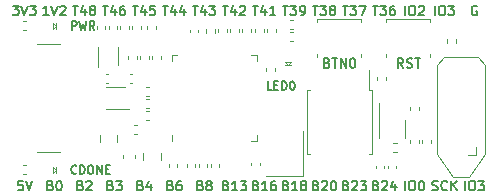
<source format=gbr>
%TF.GenerationSoftware,KiCad,Pcbnew,6.0.11+dfsg-1~bpo11+1*%
%TF.CreationDate,2023-10-01T20:30:49+02:00*%
%TF.ProjectId,ICE40UP-Development-Board,49434534-3055-4502-9d44-6576656c6f70,v0.1*%
%TF.SameCoordinates,Original*%
%TF.FileFunction,Legend,Top*%
%TF.FilePolarity,Positive*%
%FSLAX46Y46*%
G04 Gerber Fmt 4.6, Leading zero omitted, Abs format (unit mm)*
G04 Created by KiCad (PCBNEW 6.0.11+dfsg-1~bpo11+1) date 2023-10-01 20:30:49*
%MOMM*%
%LPD*%
G01*
G04 APERTURE LIST*
%ADD10C,0.150000*%
%ADD11C,0.120000*%
G04 APERTURE END LIST*
D10*
X74066523Y-79825904D02*
X74523666Y-79825904D01*
X74295095Y-80625904D02*
X74295095Y-79825904D01*
X74714142Y-79825904D02*
X75209380Y-79825904D01*
X74942714Y-80130666D01*
X75057000Y-80130666D01*
X75133190Y-80168761D01*
X75171285Y-80206857D01*
X75209380Y-80283047D01*
X75209380Y-80473523D01*
X75171285Y-80549714D01*
X75133190Y-80587809D01*
X75057000Y-80625904D01*
X74828428Y-80625904D01*
X74752238Y-80587809D01*
X74714142Y-80549714D01*
X75476047Y-79825904D02*
X76009380Y-79825904D01*
X75666523Y-80625904D01*
X49161761Y-80625904D02*
X48704619Y-80625904D01*
X48933190Y-80625904D02*
X48933190Y-79825904D01*
X48857000Y-79940190D01*
X48780809Y-80016380D01*
X48704619Y-80054476D01*
X49390333Y-79825904D02*
X49657000Y-80625904D01*
X49923666Y-79825904D01*
X50152238Y-79902095D02*
X50190333Y-79864000D01*
X50266523Y-79825904D01*
X50457000Y-79825904D01*
X50533190Y-79864000D01*
X50571285Y-79902095D01*
X50609380Y-79978285D01*
X50609380Y-80054476D01*
X50571285Y-80168761D01*
X50114142Y-80625904D01*
X50609380Y-80625904D01*
X81877000Y-80625904D02*
X81877000Y-79825904D01*
X82410333Y-79825904D02*
X82562714Y-79825904D01*
X82638904Y-79864000D01*
X82715095Y-79940190D01*
X82753190Y-80092571D01*
X82753190Y-80359238D01*
X82715095Y-80511619D01*
X82638904Y-80587809D01*
X82562714Y-80625904D01*
X82410333Y-80625904D01*
X82334142Y-80587809D01*
X82257952Y-80511619D01*
X82219857Y-80359238D01*
X82219857Y-80092571D01*
X82257952Y-79940190D01*
X82334142Y-79864000D01*
X82410333Y-79825904D01*
X83019857Y-79825904D02*
X83515095Y-79825904D01*
X83248428Y-80130666D01*
X83362714Y-80130666D01*
X83438904Y-80168761D01*
X83477000Y-80206857D01*
X83515095Y-80283047D01*
X83515095Y-80473523D01*
X83477000Y-80549714D01*
X83438904Y-80587809D01*
X83362714Y-80625904D01*
X83134142Y-80625904D01*
X83057952Y-80587809D01*
X83019857Y-80549714D01*
X69272238Y-95040457D02*
X69386523Y-95078552D01*
X69424619Y-95116647D01*
X69462714Y-95192838D01*
X69462714Y-95307123D01*
X69424619Y-95383314D01*
X69386523Y-95421409D01*
X69310333Y-95459504D01*
X69005571Y-95459504D01*
X69005571Y-94659504D01*
X69272238Y-94659504D01*
X69348428Y-94697600D01*
X69386523Y-94735695D01*
X69424619Y-94811885D01*
X69424619Y-94888076D01*
X69386523Y-94964266D01*
X69348428Y-95002361D01*
X69272238Y-95040457D01*
X69005571Y-95040457D01*
X70224619Y-95459504D02*
X69767476Y-95459504D01*
X69996047Y-95459504D02*
X69996047Y-94659504D01*
X69919857Y-94773790D01*
X69843666Y-94849980D01*
X69767476Y-94888076D01*
X70681761Y-95002361D02*
X70605571Y-94964266D01*
X70567476Y-94926171D01*
X70529380Y-94849980D01*
X70529380Y-94811885D01*
X70567476Y-94735695D01*
X70605571Y-94697600D01*
X70681761Y-94659504D01*
X70834142Y-94659504D01*
X70910333Y-94697600D01*
X70948428Y-94735695D01*
X70986523Y-94811885D01*
X70986523Y-94849980D01*
X70948428Y-94926171D01*
X70910333Y-94964266D01*
X70834142Y-95002361D01*
X70681761Y-95002361D01*
X70605571Y-95040457D01*
X70567476Y-95078552D01*
X70529380Y-95154742D01*
X70529380Y-95307123D01*
X70567476Y-95383314D01*
X70605571Y-95421409D01*
X70681761Y-95459504D01*
X70834142Y-95459504D01*
X70910333Y-95421409D01*
X70948428Y-95383314D01*
X70986523Y-95307123D01*
X70986523Y-95154742D01*
X70948428Y-95078552D01*
X70910333Y-95040457D01*
X70834142Y-95002361D01*
X79190904Y-85070904D02*
X78924238Y-84689952D01*
X78733761Y-85070904D02*
X78733761Y-84270904D01*
X79038523Y-84270904D01*
X79114714Y-84309000D01*
X79152809Y-84347095D01*
X79190904Y-84423285D01*
X79190904Y-84537571D01*
X79152809Y-84613761D01*
X79114714Y-84651857D01*
X79038523Y-84689952D01*
X78733761Y-84689952D01*
X79495666Y-85032809D02*
X79609952Y-85070904D01*
X79800428Y-85070904D01*
X79876619Y-85032809D01*
X79914714Y-84994714D01*
X79952809Y-84918523D01*
X79952809Y-84842333D01*
X79914714Y-84766142D01*
X79876619Y-84728047D01*
X79800428Y-84689952D01*
X79648047Y-84651857D01*
X79571857Y-84613761D01*
X79533761Y-84575666D01*
X79495666Y-84499476D01*
X79495666Y-84423285D01*
X79533761Y-84347095D01*
X79571857Y-84309000D01*
X79648047Y-84270904D01*
X79838523Y-84270904D01*
X79952809Y-84309000D01*
X80181380Y-84270904D02*
X80638523Y-84270904D01*
X80409952Y-85070904D02*
X80409952Y-84270904D01*
X76892238Y-95040457D02*
X77006523Y-95078552D01*
X77044619Y-95116647D01*
X77082714Y-95192838D01*
X77082714Y-95307123D01*
X77044619Y-95383314D01*
X77006523Y-95421409D01*
X76930333Y-95459504D01*
X76625571Y-95459504D01*
X76625571Y-94659504D01*
X76892238Y-94659504D01*
X76968428Y-94697600D01*
X77006523Y-94735695D01*
X77044619Y-94811885D01*
X77044619Y-94888076D01*
X77006523Y-94964266D01*
X76968428Y-95002361D01*
X76892238Y-95040457D01*
X76625571Y-95040457D01*
X77387476Y-94735695D02*
X77425571Y-94697600D01*
X77501761Y-94659504D01*
X77692238Y-94659504D01*
X77768428Y-94697600D01*
X77806523Y-94735695D01*
X77844619Y-94811885D01*
X77844619Y-94888076D01*
X77806523Y-95002361D01*
X77349380Y-95459504D01*
X77844619Y-95459504D01*
X78530333Y-94926171D02*
X78530333Y-95459504D01*
X78339857Y-94621409D02*
X78149380Y-95192838D01*
X78644619Y-95192838D01*
X61366523Y-79825904D02*
X61823666Y-79825904D01*
X61595095Y-80625904D02*
X61595095Y-79825904D01*
X62433190Y-80092571D02*
X62433190Y-80625904D01*
X62242714Y-79787809D02*
X62052238Y-80359238D01*
X62547476Y-80359238D01*
X62776047Y-79825904D02*
X63271285Y-79825904D01*
X63004619Y-80130666D01*
X63118904Y-80130666D01*
X63195095Y-80168761D01*
X63233190Y-80206857D01*
X63271285Y-80283047D01*
X63271285Y-80473523D01*
X63233190Y-80549714D01*
X63195095Y-80587809D01*
X63118904Y-80625904D01*
X62890333Y-80625904D01*
X62814142Y-80587809D01*
X62776047Y-80549714D01*
X64192238Y-95040457D02*
X64306523Y-95078552D01*
X64344619Y-95116647D01*
X64382714Y-95192838D01*
X64382714Y-95307123D01*
X64344619Y-95383314D01*
X64306523Y-95421409D01*
X64230333Y-95459504D01*
X63925571Y-95459504D01*
X63925571Y-94659504D01*
X64192238Y-94659504D01*
X64268428Y-94697600D01*
X64306523Y-94735695D01*
X64344619Y-94811885D01*
X64344619Y-94888076D01*
X64306523Y-94964266D01*
X64268428Y-95002361D01*
X64192238Y-95040457D01*
X63925571Y-95040457D01*
X65144619Y-95459504D02*
X64687476Y-95459504D01*
X64916047Y-95459504D02*
X64916047Y-94659504D01*
X64839857Y-94773790D01*
X64763666Y-94849980D01*
X64687476Y-94888076D01*
X65411285Y-94659504D02*
X65906523Y-94659504D01*
X65639857Y-94964266D01*
X65754142Y-94964266D01*
X65830333Y-95002361D01*
X65868428Y-95040457D01*
X65906523Y-95116647D01*
X65906523Y-95307123D01*
X65868428Y-95383314D01*
X65830333Y-95421409D01*
X65754142Y-95459504D01*
X65525571Y-95459504D01*
X65449380Y-95421409D01*
X65411285Y-95383314D01*
X59493190Y-95040457D02*
X59607476Y-95078552D01*
X59645571Y-95116647D01*
X59683666Y-95192838D01*
X59683666Y-95307123D01*
X59645571Y-95383314D01*
X59607476Y-95421409D01*
X59531285Y-95459504D01*
X59226523Y-95459504D01*
X59226523Y-94659504D01*
X59493190Y-94659504D01*
X59569380Y-94697600D01*
X59607476Y-94735695D01*
X59645571Y-94811885D01*
X59645571Y-94888076D01*
X59607476Y-94964266D01*
X59569380Y-95002361D01*
X59493190Y-95040457D01*
X59226523Y-95040457D01*
X60369380Y-94659504D02*
X60217000Y-94659504D01*
X60140809Y-94697600D01*
X60102714Y-94735695D01*
X60026523Y-94849980D01*
X59988428Y-95002361D01*
X59988428Y-95307123D01*
X60026523Y-95383314D01*
X60064619Y-95421409D01*
X60140809Y-95459504D01*
X60293190Y-95459504D01*
X60369380Y-95421409D01*
X60407476Y-95383314D01*
X60445571Y-95307123D01*
X60445571Y-95116647D01*
X60407476Y-95040457D01*
X60369380Y-95002361D01*
X60293190Y-94964266D01*
X60140809Y-94964266D01*
X60064619Y-95002361D01*
X60026523Y-95040457D01*
X59988428Y-95116647D01*
X84417000Y-95459504D02*
X84417000Y-94659504D01*
X84950333Y-94659504D02*
X85102714Y-94659504D01*
X85178904Y-94697600D01*
X85255095Y-94773790D01*
X85293190Y-94926171D01*
X85293190Y-95192838D01*
X85255095Y-95345219D01*
X85178904Y-95421409D01*
X85102714Y-95459504D01*
X84950333Y-95459504D01*
X84874142Y-95421409D01*
X84797952Y-95345219D01*
X84759857Y-95192838D01*
X84759857Y-94926171D01*
X84797952Y-94773790D01*
X84874142Y-94697600D01*
X84950333Y-94659504D01*
X85559857Y-94659504D02*
X86055095Y-94659504D01*
X85788428Y-94964266D01*
X85902714Y-94964266D01*
X85978904Y-95002361D01*
X86017000Y-95040457D01*
X86055095Y-95116647D01*
X86055095Y-95307123D01*
X86017000Y-95383314D01*
X85978904Y-95421409D01*
X85902714Y-95459504D01*
X85674142Y-95459504D01*
X85597952Y-95421409D01*
X85559857Y-95383314D01*
X51206523Y-79825904D02*
X51663666Y-79825904D01*
X51435095Y-80625904D02*
X51435095Y-79825904D01*
X52273190Y-80092571D02*
X52273190Y-80625904D01*
X52082714Y-79787809D02*
X51892238Y-80359238D01*
X52387476Y-80359238D01*
X52806523Y-80168761D02*
X52730333Y-80130666D01*
X52692238Y-80092571D01*
X52654142Y-80016380D01*
X52654142Y-79978285D01*
X52692238Y-79902095D01*
X52730333Y-79864000D01*
X52806523Y-79825904D01*
X52958904Y-79825904D01*
X53035095Y-79864000D01*
X53073190Y-79902095D01*
X53111285Y-79978285D01*
X53111285Y-80016380D01*
X53073190Y-80092571D01*
X53035095Y-80130666D01*
X52958904Y-80168761D01*
X52806523Y-80168761D01*
X52730333Y-80206857D01*
X52692238Y-80244952D01*
X52654142Y-80321142D01*
X52654142Y-80473523D01*
X52692238Y-80549714D01*
X52730333Y-80587809D01*
X52806523Y-80625904D01*
X52958904Y-80625904D01*
X53035095Y-80587809D01*
X53073190Y-80549714D01*
X53111285Y-80473523D01*
X53111285Y-80321142D01*
X53073190Y-80244952D01*
X53035095Y-80206857D01*
X52958904Y-80168761D01*
X79337000Y-95459504D02*
X79337000Y-94659504D01*
X79870333Y-94659504D02*
X80022714Y-94659504D01*
X80098904Y-94697600D01*
X80175095Y-94773790D01*
X80213190Y-94926171D01*
X80213190Y-95192838D01*
X80175095Y-95345219D01*
X80098904Y-95421409D01*
X80022714Y-95459504D01*
X79870333Y-95459504D01*
X79794142Y-95421409D01*
X79717952Y-95345219D01*
X79679857Y-95192838D01*
X79679857Y-94926171D01*
X79717952Y-94773790D01*
X79794142Y-94697600D01*
X79870333Y-94659504D01*
X80708428Y-94659504D02*
X80784619Y-94659504D01*
X80860809Y-94697600D01*
X80898904Y-94735695D01*
X80937000Y-94811885D01*
X80975095Y-94964266D01*
X80975095Y-95154742D01*
X80937000Y-95307123D01*
X80898904Y-95383314D01*
X80860809Y-95421409D01*
X80784619Y-95459504D01*
X80708428Y-95459504D01*
X80632238Y-95421409D01*
X80594142Y-95383314D01*
X80556047Y-95307123D01*
X80517952Y-95154742D01*
X80517952Y-94964266D01*
X80556047Y-94811885D01*
X80594142Y-94735695D01*
X80632238Y-94697600D01*
X80708428Y-94659504D01*
X46126523Y-79825904D02*
X46621761Y-79825904D01*
X46355095Y-80130666D01*
X46469380Y-80130666D01*
X46545571Y-80168761D01*
X46583666Y-80206857D01*
X46621761Y-80283047D01*
X46621761Y-80473523D01*
X46583666Y-80549714D01*
X46545571Y-80587809D01*
X46469380Y-80625904D01*
X46240809Y-80625904D01*
X46164619Y-80587809D01*
X46126523Y-80549714D01*
X46850333Y-79825904D02*
X47117000Y-80625904D01*
X47383666Y-79825904D01*
X47574142Y-79825904D02*
X48069380Y-79825904D01*
X47802714Y-80130666D01*
X47917000Y-80130666D01*
X47993190Y-80168761D01*
X48031285Y-80206857D01*
X48069380Y-80283047D01*
X48069380Y-80473523D01*
X48031285Y-80549714D01*
X47993190Y-80587809D01*
X47917000Y-80625904D01*
X47688428Y-80625904D01*
X47612238Y-80587809D01*
X47574142Y-80549714D01*
X56953190Y-95040457D02*
X57067476Y-95078552D01*
X57105571Y-95116647D01*
X57143666Y-95192838D01*
X57143666Y-95307123D01*
X57105571Y-95383314D01*
X57067476Y-95421409D01*
X56991285Y-95459504D01*
X56686523Y-95459504D01*
X56686523Y-94659504D01*
X56953190Y-94659504D01*
X57029380Y-94697600D01*
X57067476Y-94735695D01*
X57105571Y-94811885D01*
X57105571Y-94888076D01*
X57067476Y-94964266D01*
X57029380Y-95002361D01*
X56953190Y-95040457D01*
X56686523Y-95040457D01*
X57829380Y-94926171D02*
X57829380Y-95459504D01*
X57638904Y-94621409D02*
X57448428Y-95192838D01*
X57943666Y-95192838D01*
X51521666Y-93976000D02*
X51488333Y-94009333D01*
X51388333Y-94042666D01*
X51321666Y-94042666D01*
X51221666Y-94009333D01*
X51155000Y-93942666D01*
X51121666Y-93876000D01*
X51088333Y-93742666D01*
X51088333Y-93642666D01*
X51121666Y-93509333D01*
X51155000Y-93442666D01*
X51221666Y-93376000D01*
X51321666Y-93342666D01*
X51388333Y-93342666D01*
X51488333Y-93376000D01*
X51521666Y-93409333D01*
X51821666Y-94042666D02*
X51821666Y-93342666D01*
X51988333Y-93342666D01*
X52088333Y-93376000D01*
X52155000Y-93442666D01*
X52188333Y-93509333D01*
X52221666Y-93642666D01*
X52221666Y-93742666D01*
X52188333Y-93876000D01*
X52155000Y-93942666D01*
X52088333Y-94009333D01*
X51988333Y-94042666D01*
X51821666Y-94042666D01*
X52655000Y-93342666D02*
X52788333Y-93342666D01*
X52855000Y-93376000D01*
X52921666Y-93442666D01*
X52955000Y-93576000D01*
X52955000Y-93809333D01*
X52921666Y-93942666D01*
X52855000Y-94009333D01*
X52788333Y-94042666D01*
X52655000Y-94042666D01*
X52588333Y-94009333D01*
X52521666Y-93942666D01*
X52488333Y-93809333D01*
X52488333Y-93576000D01*
X52521666Y-93442666D01*
X52588333Y-93376000D01*
X52655000Y-93342666D01*
X53255000Y-94042666D02*
X53255000Y-93342666D01*
X53655000Y-94042666D01*
X53655000Y-93342666D01*
X53988333Y-93676000D02*
X54221666Y-93676000D01*
X54321666Y-94042666D02*
X53988333Y-94042666D01*
X53988333Y-93342666D01*
X54321666Y-93342666D01*
X72739380Y-84651857D02*
X72853666Y-84689952D01*
X72891761Y-84728047D01*
X72929857Y-84804238D01*
X72929857Y-84918523D01*
X72891761Y-84994714D01*
X72853666Y-85032809D01*
X72777476Y-85070904D01*
X72472714Y-85070904D01*
X72472714Y-84270904D01*
X72739380Y-84270904D01*
X72815571Y-84309000D01*
X72853666Y-84347095D01*
X72891761Y-84423285D01*
X72891761Y-84499476D01*
X72853666Y-84575666D01*
X72815571Y-84613761D01*
X72739380Y-84651857D01*
X72472714Y-84651857D01*
X73158428Y-84270904D02*
X73615571Y-84270904D01*
X73387000Y-85070904D02*
X73387000Y-84270904D01*
X73882238Y-85070904D02*
X73882238Y-84270904D01*
X74339380Y-85070904D01*
X74339380Y-84270904D01*
X74872714Y-84270904D02*
X74948904Y-84270904D01*
X75025095Y-84309000D01*
X75063190Y-84347095D01*
X75101285Y-84423285D01*
X75139380Y-84575666D01*
X75139380Y-84766142D01*
X75101285Y-84918523D01*
X75063190Y-84994714D01*
X75025095Y-85032809D01*
X74948904Y-85070904D01*
X74872714Y-85070904D01*
X74796523Y-85032809D01*
X74758428Y-84994714D01*
X74720333Y-84918523D01*
X74682238Y-84766142D01*
X74682238Y-84575666D01*
X74720333Y-84423285D01*
X74758428Y-84347095D01*
X74796523Y-84309000D01*
X74872714Y-84270904D01*
X68050666Y-86930666D02*
X67717333Y-86930666D01*
X67717333Y-86230666D01*
X68284000Y-86564000D02*
X68517333Y-86564000D01*
X68617333Y-86930666D02*
X68284000Y-86930666D01*
X68284000Y-86230666D01*
X68617333Y-86230666D01*
X68917333Y-86930666D02*
X68917333Y-86230666D01*
X69084000Y-86230666D01*
X69184000Y-86264000D01*
X69250666Y-86330666D01*
X69284000Y-86397333D01*
X69317333Y-86530666D01*
X69317333Y-86630666D01*
X69284000Y-86764000D01*
X69250666Y-86830666D01*
X69184000Y-86897333D01*
X69084000Y-86930666D01*
X68917333Y-86930666D01*
X69750666Y-86230666D02*
X69817333Y-86230666D01*
X69884000Y-86264000D01*
X69917333Y-86297333D01*
X69950666Y-86364000D01*
X69984000Y-86497333D01*
X69984000Y-86664000D01*
X69950666Y-86797333D01*
X69917333Y-86864000D01*
X69884000Y-86897333D01*
X69817333Y-86930666D01*
X69750666Y-86930666D01*
X69684000Y-86897333D01*
X69650666Y-86864000D01*
X69617333Y-86797333D01*
X69584000Y-86664000D01*
X69584000Y-86497333D01*
X69617333Y-86364000D01*
X69650666Y-86297333D01*
X69684000Y-86264000D01*
X69750666Y-86230666D01*
X58826523Y-79825904D02*
X59283666Y-79825904D01*
X59055095Y-80625904D02*
X59055095Y-79825904D01*
X59893190Y-80092571D02*
X59893190Y-80625904D01*
X59702714Y-79787809D02*
X59512238Y-80359238D01*
X60007476Y-80359238D01*
X60655095Y-80092571D02*
X60655095Y-80625904D01*
X60464619Y-79787809D02*
X60274142Y-80359238D01*
X60769380Y-80359238D01*
X51136666Y-81850666D02*
X51136666Y-81150666D01*
X51403333Y-81150666D01*
X51470000Y-81184000D01*
X51503333Y-81217333D01*
X51536666Y-81284000D01*
X51536666Y-81384000D01*
X51503333Y-81450666D01*
X51470000Y-81484000D01*
X51403333Y-81517333D01*
X51136666Y-81517333D01*
X51770000Y-81150666D02*
X51936666Y-81850666D01*
X52070000Y-81350666D01*
X52203333Y-81850666D01*
X52370000Y-81150666D01*
X53036666Y-81850666D02*
X52803333Y-81517333D01*
X52636666Y-81850666D02*
X52636666Y-81150666D01*
X52903333Y-81150666D01*
X52970000Y-81184000D01*
X53003333Y-81217333D01*
X53036666Y-81284000D01*
X53036666Y-81384000D01*
X53003333Y-81450666D01*
X52970000Y-81484000D01*
X52903333Y-81517333D01*
X52636666Y-81517333D01*
X66732238Y-95040457D02*
X66846523Y-95078552D01*
X66884619Y-95116647D01*
X66922714Y-95192838D01*
X66922714Y-95307123D01*
X66884619Y-95383314D01*
X66846523Y-95421409D01*
X66770333Y-95459504D01*
X66465571Y-95459504D01*
X66465571Y-94659504D01*
X66732238Y-94659504D01*
X66808428Y-94697600D01*
X66846523Y-94735695D01*
X66884619Y-94811885D01*
X66884619Y-94888076D01*
X66846523Y-94964266D01*
X66808428Y-95002361D01*
X66732238Y-95040457D01*
X66465571Y-95040457D01*
X67684619Y-95459504D02*
X67227476Y-95459504D01*
X67456047Y-95459504D02*
X67456047Y-94659504D01*
X67379857Y-94773790D01*
X67303666Y-94849980D01*
X67227476Y-94888076D01*
X68370333Y-94659504D02*
X68217952Y-94659504D01*
X68141761Y-94697600D01*
X68103666Y-94735695D01*
X68027476Y-94849980D01*
X67989380Y-95002361D01*
X67989380Y-95307123D01*
X68027476Y-95383314D01*
X68065571Y-95421409D01*
X68141761Y-95459504D01*
X68294142Y-95459504D01*
X68370333Y-95421409D01*
X68408428Y-95383314D01*
X68446523Y-95307123D01*
X68446523Y-95116647D01*
X68408428Y-95040457D01*
X68370333Y-95002361D01*
X68294142Y-94964266D01*
X68141761Y-94964266D01*
X68065571Y-95002361D01*
X68027476Y-95040457D01*
X67989380Y-95116647D01*
X49333190Y-95040457D02*
X49447476Y-95078552D01*
X49485571Y-95116647D01*
X49523666Y-95192838D01*
X49523666Y-95307123D01*
X49485571Y-95383314D01*
X49447476Y-95421409D01*
X49371285Y-95459504D01*
X49066523Y-95459504D01*
X49066523Y-94659504D01*
X49333190Y-94659504D01*
X49409380Y-94697600D01*
X49447476Y-94735695D01*
X49485571Y-94811885D01*
X49485571Y-94888076D01*
X49447476Y-94964266D01*
X49409380Y-95002361D01*
X49333190Y-95040457D01*
X49066523Y-95040457D01*
X50018904Y-94659504D02*
X50095095Y-94659504D01*
X50171285Y-94697600D01*
X50209380Y-94735695D01*
X50247476Y-94811885D01*
X50285571Y-94964266D01*
X50285571Y-95154742D01*
X50247476Y-95307123D01*
X50209380Y-95383314D01*
X50171285Y-95421409D01*
X50095095Y-95459504D01*
X50018904Y-95459504D01*
X49942714Y-95421409D01*
X49904619Y-95383314D01*
X49866523Y-95307123D01*
X49828428Y-95154742D01*
X49828428Y-94964266D01*
X49866523Y-94811885D01*
X49904619Y-94735695D01*
X49942714Y-94697600D01*
X50018904Y-94659504D01*
X54413190Y-95040457D02*
X54527476Y-95078552D01*
X54565571Y-95116647D01*
X54603666Y-95192838D01*
X54603666Y-95307123D01*
X54565571Y-95383314D01*
X54527476Y-95421409D01*
X54451285Y-95459504D01*
X54146523Y-95459504D01*
X54146523Y-94659504D01*
X54413190Y-94659504D01*
X54489380Y-94697600D01*
X54527476Y-94735695D01*
X54565571Y-94811885D01*
X54565571Y-94888076D01*
X54527476Y-94964266D01*
X54489380Y-95002361D01*
X54413190Y-95040457D01*
X54146523Y-95040457D01*
X54870333Y-94659504D02*
X55365571Y-94659504D01*
X55098904Y-94964266D01*
X55213190Y-94964266D01*
X55289380Y-95002361D01*
X55327476Y-95040457D01*
X55365571Y-95116647D01*
X55365571Y-95307123D01*
X55327476Y-95383314D01*
X55289380Y-95421409D01*
X55213190Y-95459504D01*
X54984619Y-95459504D01*
X54908428Y-95421409D01*
X54870333Y-95383314D01*
X79337000Y-80625904D02*
X79337000Y-79825904D01*
X79870333Y-79825904D02*
X80022714Y-79825904D01*
X80098904Y-79864000D01*
X80175095Y-79940190D01*
X80213190Y-80092571D01*
X80213190Y-80359238D01*
X80175095Y-80511619D01*
X80098904Y-80587809D01*
X80022714Y-80625904D01*
X79870333Y-80625904D01*
X79794142Y-80587809D01*
X79717952Y-80511619D01*
X79679857Y-80359238D01*
X79679857Y-80092571D01*
X79717952Y-79940190D01*
X79794142Y-79864000D01*
X79870333Y-79825904D01*
X80517952Y-79902095D02*
X80556047Y-79864000D01*
X80632238Y-79825904D01*
X80822714Y-79825904D01*
X80898904Y-79864000D01*
X80937000Y-79902095D01*
X80975095Y-79978285D01*
X80975095Y-80054476D01*
X80937000Y-80168761D01*
X80479857Y-80625904D01*
X80975095Y-80625904D01*
X63906523Y-79825904D02*
X64363666Y-79825904D01*
X64135095Y-80625904D02*
X64135095Y-79825904D01*
X64973190Y-80092571D02*
X64973190Y-80625904D01*
X64782714Y-79787809D02*
X64592238Y-80359238D01*
X65087476Y-80359238D01*
X65354142Y-79902095D02*
X65392238Y-79864000D01*
X65468428Y-79825904D01*
X65658904Y-79825904D01*
X65735095Y-79864000D01*
X65773190Y-79902095D01*
X65811285Y-79978285D01*
X65811285Y-80054476D01*
X65773190Y-80168761D01*
X65316047Y-80625904D01*
X65811285Y-80625904D01*
X76606523Y-79825904D02*
X77063666Y-79825904D01*
X76835095Y-80625904D02*
X76835095Y-79825904D01*
X77254142Y-79825904D02*
X77749380Y-79825904D01*
X77482714Y-80130666D01*
X77597000Y-80130666D01*
X77673190Y-80168761D01*
X77711285Y-80206857D01*
X77749380Y-80283047D01*
X77749380Y-80473523D01*
X77711285Y-80549714D01*
X77673190Y-80587809D01*
X77597000Y-80625904D01*
X77368428Y-80625904D01*
X77292238Y-80587809D01*
X77254142Y-80549714D01*
X78435095Y-79825904D02*
X78282714Y-79825904D01*
X78206523Y-79864000D01*
X78168428Y-79902095D01*
X78092238Y-80016380D01*
X78054142Y-80168761D01*
X78054142Y-80473523D01*
X78092238Y-80549714D01*
X78130333Y-80587809D01*
X78206523Y-80625904D01*
X78358904Y-80625904D01*
X78435095Y-80587809D01*
X78473190Y-80549714D01*
X78511285Y-80473523D01*
X78511285Y-80283047D01*
X78473190Y-80206857D01*
X78435095Y-80168761D01*
X78358904Y-80130666D01*
X78206523Y-80130666D01*
X78130333Y-80168761D01*
X78092238Y-80206857D01*
X78054142Y-80283047D01*
X85426523Y-79864000D02*
X85350333Y-79825904D01*
X85236047Y-79825904D01*
X85121761Y-79864000D01*
X85045571Y-79940190D01*
X85007476Y-80016380D01*
X84969380Y-80168761D01*
X84969380Y-80283047D01*
X85007476Y-80435428D01*
X85045571Y-80511619D01*
X85121761Y-80587809D01*
X85236047Y-80625904D01*
X85312238Y-80625904D01*
X85426523Y-80587809D01*
X85464619Y-80549714D01*
X85464619Y-80283047D01*
X85312238Y-80283047D01*
X66446523Y-79825904D02*
X66903666Y-79825904D01*
X66675095Y-80625904D02*
X66675095Y-79825904D01*
X67513190Y-80092571D02*
X67513190Y-80625904D01*
X67322714Y-79787809D02*
X67132238Y-80359238D01*
X67627476Y-80359238D01*
X68351285Y-80625904D02*
X67894142Y-80625904D01*
X68122714Y-80625904D02*
X68122714Y-79825904D01*
X68046523Y-79940190D01*
X67970333Y-80016380D01*
X67894142Y-80054476D01*
X71812238Y-95040457D02*
X71926523Y-95078552D01*
X71964619Y-95116647D01*
X72002714Y-95192838D01*
X72002714Y-95307123D01*
X71964619Y-95383314D01*
X71926523Y-95421409D01*
X71850333Y-95459504D01*
X71545571Y-95459504D01*
X71545571Y-94659504D01*
X71812238Y-94659504D01*
X71888428Y-94697600D01*
X71926523Y-94735695D01*
X71964619Y-94811885D01*
X71964619Y-94888076D01*
X71926523Y-94964266D01*
X71888428Y-95002361D01*
X71812238Y-95040457D01*
X71545571Y-95040457D01*
X72307476Y-94735695D02*
X72345571Y-94697600D01*
X72421761Y-94659504D01*
X72612238Y-94659504D01*
X72688428Y-94697600D01*
X72726523Y-94735695D01*
X72764619Y-94811885D01*
X72764619Y-94888076D01*
X72726523Y-95002361D01*
X72269380Y-95459504D01*
X72764619Y-95459504D01*
X73259857Y-94659504D02*
X73336047Y-94659504D01*
X73412238Y-94697600D01*
X73450333Y-94735695D01*
X73488428Y-94811885D01*
X73526523Y-94964266D01*
X73526523Y-95154742D01*
X73488428Y-95307123D01*
X73450333Y-95383314D01*
X73412238Y-95421409D01*
X73336047Y-95459504D01*
X73259857Y-95459504D01*
X73183666Y-95421409D01*
X73145571Y-95383314D01*
X73107476Y-95307123D01*
X73069380Y-95154742D01*
X73069380Y-94964266D01*
X73107476Y-94811885D01*
X73145571Y-94735695D01*
X73183666Y-94697600D01*
X73259857Y-94659504D01*
X51873190Y-95040457D02*
X51987476Y-95078552D01*
X52025571Y-95116647D01*
X52063666Y-95192838D01*
X52063666Y-95307123D01*
X52025571Y-95383314D01*
X51987476Y-95421409D01*
X51911285Y-95459504D01*
X51606523Y-95459504D01*
X51606523Y-94659504D01*
X51873190Y-94659504D01*
X51949380Y-94697600D01*
X51987476Y-94735695D01*
X52025571Y-94811885D01*
X52025571Y-94888076D01*
X51987476Y-94964266D01*
X51949380Y-95002361D01*
X51873190Y-95040457D01*
X51606523Y-95040457D01*
X52368428Y-94735695D02*
X52406523Y-94697600D01*
X52482714Y-94659504D01*
X52673190Y-94659504D01*
X52749380Y-94697600D01*
X52787476Y-94735695D01*
X52825571Y-94811885D01*
X52825571Y-94888076D01*
X52787476Y-95002361D01*
X52330333Y-95459504D01*
X52825571Y-95459504D01*
X68986523Y-79825904D02*
X69443666Y-79825904D01*
X69215095Y-80625904D02*
X69215095Y-79825904D01*
X69634142Y-79825904D02*
X70129380Y-79825904D01*
X69862714Y-80130666D01*
X69977000Y-80130666D01*
X70053190Y-80168761D01*
X70091285Y-80206857D01*
X70129380Y-80283047D01*
X70129380Y-80473523D01*
X70091285Y-80549714D01*
X70053190Y-80587809D01*
X69977000Y-80625904D01*
X69748428Y-80625904D01*
X69672238Y-80587809D01*
X69634142Y-80549714D01*
X70510333Y-80625904D02*
X70662714Y-80625904D01*
X70738904Y-80587809D01*
X70777000Y-80549714D01*
X70853190Y-80435428D01*
X70891285Y-80283047D01*
X70891285Y-79978285D01*
X70853190Y-79902095D01*
X70815095Y-79864000D01*
X70738904Y-79825904D01*
X70586523Y-79825904D01*
X70510333Y-79864000D01*
X70472238Y-79902095D01*
X70434142Y-79978285D01*
X70434142Y-80168761D01*
X70472238Y-80244952D01*
X70510333Y-80283047D01*
X70586523Y-80321142D01*
X70738904Y-80321142D01*
X70815095Y-80283047D01*
X70853190Y-80244952D01*
X70891285Y-80168761D01*
X56286523Y-79825904D02*
X56743666Y-79825904D01*
X56515095Y-80625904D02*
X56515095Y-79825904D01*
X57353190Y-80092571D02*
X57353190Y-80625904D01*
X57162714Y-79787809D02*
X56972238Y-80359238D01*
X57467476Y-80359238D01*
X58153190Y-79825904D02*
X57772238Y-79825904D01*
X57734142Y-80206857D01*
X57772238Y-80168761D01*
X57848428Y-80130666D01*
X58038904Y-80130666D01*
X58115095Y-80168761D01*
X58153190Y-80206857D01*
X58191285Y-80283047D01*
X58191285Y-80473523D01*
X58153190Y-80549714D01*
X58115095Y-80587809D01*
X58038904Y-80625904D01*
X57848428Y-80625904D01*
X57772238Y-80587809D01*
X57734142Y-80549714D01*
X74352238Y-95040457D02*
X74466523Y-95078552D01*
X74504619Y-95116647D01*
X74542714Y-95192838D01*
X74542714Y-95307123D01*
X74504619Y-95383314D01*
X74466523Y-95421409D01*
X74390333Y-95459504D01*
X74085571Y-95459504D01*
X74085571Y-94659504D01*
X74352238Y-94659504D01*
X74428428Y-94697600D01*
X74466523Y-94735695D01*
X74504619Y-94811885D01*
X74504619Y-94888076D01*
X74466523Y-94964266D01*
X74428428Y-95002361D01*
X74352238Y-95040457D01*
X74085571Y-95040457D01*
X74847476Y-94735695D02*
X74885571Y-94697600D01*
X74961761Y-94659504D01*
X75152238Y-94659504D01*
X75228428Y-94697600D01*
X75266523Y-94735695D01*
X75304619Y-94811885D01*
X75304619Y-94888076D01*
X75266523Y-95002361D01*
X74809380Y-95459504D01*
X75304619Y-95459504D01*
X75571285Y-94659504D02*
X76066523Y-94659504D01*
X75799857Y-94964266D01*
X75914142Y-94964266D01*
X75990333Y-95002361D01*
X76028428Y-95040457D01*
X76066523Y-95116647D01*
X76066523Y-95307123D01*
X76028428Y-95383314D01*
X75990333Y-95421409D01*
X75914142Y-95459504D01*
X75685571Y-95459504D01*
X75609380Y-95421409D01*
X75571285Y-95383314D01*
X46964619Y-94659504D02*
X46583666Y-94659504D01*
X46545571Y-95040457D01*
X46583666Y-95002361D01*
X46659857Y-94964266D01*
X46850333Y-94964266D01*
X46926523Y-95002361D01*
X46964619Y-95040457D01*
X47002714Y-95116647D01*
X47002714Y-95307123D01*
X46964619Y-95383314D01*
X46926523Y-95421409D01*
X46850333Y-95459504D01*
X46659857Y-95459504D01*
X46583666Y-95421409D01*
X46545571Y-95383314D01*
X47231285Y-94659504D02*
X47497952Y-95459504D01*
X47764619Y-94659504D01*
X81648428Y-95421409D02*
X81762714Y-95459504D01*
X81953190Y-95459504D01*
X82029380Y-95421409D01*
X82067476Y-95383314D01*
X82105571Y-95307123D01*
X82105571Y-95230933D01*
X82067476Y-95154742D01*
X82029380Y-95116647D01*
X81953190Y-95078552D01*
X81800809Y-95040457D01*
X81724619Y-95002361D01*
X81686523Y-94964266D01*
X81648428Y-94888076D01*
X81648428Y-94811885D01*
X81686523Y-94735695D01*
X81724619Y-94697600D01*
X81800809Y-94659504D01*
X81991285Y-94659504D01*
X82105571Y-94697600D01*
X82905571Y-95383314D02*
X82867476Y-95421409D01*
X82753190Y-95459504D01*
X82677000Y-95459504D01*
X82562714Y-95421409D01*
X82486523Y-95345219D01*
X82448428Y-95269028D01*
X82410333Y-95116647D01*
X82410333Y-95002361D01*
X82448428Y-94849980D01*
X82486523Y-94773790D01*
X82562714Y-94697600D01*
X82677000Y-94659504D01*
X82753190Y-94659504D01*
X82867476Y-94697600D01*
X82905571Y-94735695D01*
X83248428Y-95459504D02*
X83248428Y-94659504D01*
X83705571Y-95459504D02*
X83362714Y-95002361D01*
X83705571Y-94659504D02*
X83248428Y-95116647D01*
X62033190Y-95040457D02*
X62147476Y-95078552D01*
X62185571Y-95116647D01*
X62223666Y-95192838D01*
X62223666Y-95307123D01*
X62185571Y-95383314D01*
X62147476Y-95421409D01*
X62071285Y-95459504D01*
X61766523Y-95459504D01*
X61766523Y-94659504D01*
X62033190Y-94659504D01*
X62109380Y-94697600D01*
X62147476Y-94735695D01*
X62185571Y-94811885D01*
X62185571Y-94888076D01*
X62147476Y-94964266D01*
X62109380Y-95002361D01*
X62033190Y-95040457D01*
X61766523Y-95040457D01*
X62680809Y-95002361D02*
X62604619Y-94964266D01*
X62566523Y-94926171D01*
X62528428Y-94849980D01*
X62528428Y-94811885D01*
X62566523Y-94735695D01*
X62604619Y-94697600D01*
X62680809Y-94659504D01*
X62833190Y-94659504D01*
X62909380Y-94697600D01*
X62947476Y-94735695D01*
X62985571Y-94811885D01*
X62985571Y-94849980D01*
X62947476Y-94926171D01*
X62909380Y-94964266D01*
X62833190Y-95002361D01*
X62680809Y-95002361D01*
X62604619Y-95040457D01*
X62566523Y-95078552D01*
X62528428Y-95154742D01*
X62528428Y-95307123D01*
X62566523Y-95383314D01*
X62604619Y-95421409D01*
X62680809Y-95459504D01*
X62833190Y-95459504D01*
X62909380Y-95421409D01*
X62947476Y-95383314D01*
X62985571Y-95307123D01*
X62985571Y-95154742D01*
X62947476Y-95078552D01*
X62909380Y-95040457D01*
X62833190Y-95002361D01*
X71526523Y-79825904D02*
X71983666Y-79825904D01*
X71755095Y-80625904D02*
X71755095Y-79825904D01*
X72174142Y-79825904D02*
X72669380Y-79825904D01*
X72402714Y-80130666D01*
X72517000Y-80130666D01*
X72593190Y-80168761D01*
X72631285Y-80206857D01*
X72669380Y-80283047D01*
X72669380Y-80473523D01*
X72631285Y-80549714D01*
X72593190Y-80587809D01*
X72517000Y-80625904D01*
X72288428Y-80625904D01*
X72212238Y-80587809D01*
X72174142Y-80549714D01*
X73126523Y-80168761D02*
X73050333Y-80130666D01*
X73012238Y-80092571D01*
X72974142Y-80016380D01*
X72974142Y-79978285D01*
X73012238Y-79902095D01*
X73050333Y-79864000D01*
X73126523Y-79825904D01*
X73278904Y-79825904D01*
X73355095Y-79864000D01*
X73393190Y-79902095D01*
X73431285Y-79978285D01*
X73431285Y-80016380D01*
X73393190Y-80092571D01*
X73355095Y-80130666D01*
X73278904Y-80168761D01*
X73126523Y-80168761D01*
X73050333Y-80206857D01*
X73012238Y-80244952D01*
X72974142Y-80321142D01*
X72974142Y-80473523D01*
X73012238Y-80549714D01*
X73050333Y-80587809D01*
X73126523Y-80625904D01*
X73278904Y-80625904D01*
X73355095Y-80587809D01*
X73393190Y-80549714D01*
X73431285Y-80473523D01*
X73431285Y-80321142D01*
X73393190Y-80244952D01*
X73355095Y-80206857D01*
X73278904Y-80168761D01*
X53746523Y-79825904D02*
X54203666Y-79825904D01*
X53975095Y-80625904D02*
X53975095Y-79825904D01*
X54813190Y-80092571D02*
X54813190Y-80625904D01*
X54622714Y-79787809D02*
X54432238Y-80359238D01*
X54927476Y-80359238D01*
X55575095Y-79825904D02*
X55422714Y-79825904D01*
X55346523Y-79864000D01*
X55308428Y-79902095D01*
X55232238Y-80016380D01*
X55194142Y-80168761D01*
X55194142Y-80473523D01*
X55232238Y-80549714D01*
X55270333Y-80587809D01*
X55346523Y-80625904D01*
X55498904Y-80625904D01*
X55575095Y-80587809D01*
X55613190Y-80549714D01*
X55651285Y-80473523D01*
X55651285Y-80283047D01*
X55613190Y-80206857D01*
X55575095Y-80168761D01*
X55498904Y-80130666D01*
X55346523Y-80130666D01*
X55270333Y-80168761D01*
X55232238Y-80206857D01*
X55194142Y-80283047D01*
D11*
%TO.C,R10*%
X58673000Y-84354641D02*
X58673000Y-84047359D01*
X57913000Y-84354641D02*
X57913000Y-84047359D01*
%TO.C,C2*%
X61828000Y-81835164D02*
X61828000Y-82050836D01*
X61108000Y-81835164D02*
X61108000Y-82050836D01*
%TO.C,V8*%
X79342000Y-89535000D02*
X79342000Y-91035000D01*
X77122000Y-88035000D02*
X77122000Y-91035000D01*
%TO.C,C4*%
X56407164Y-90657000D02*
X56622836Y-90657000D01*
X56407164Y-89937000D02*
X56622836Y-89937000D01*
%TO.C,R7*%
X63245000Y-81786759D02*
X63245000Y-82094041D01*
X62485000Y-81786759D02*
X62485000Y-82094041D01*
%TO.C,R12*%
X56641000Y-84354641D02*
X56641000Y-84047359D01*
X55881000Y-84354641D02*
X55881000Y-84047359D01*
%TO.C,R4*%
X57532000Y-81814641D02*
X57532000Y-81507359D01*
X58292000Y-81814641D02*
X58292000Y-81507359D01*
%TO.C,V5*%
X71062000Y-92387000D02*
X71322000Y-92387000D01*
X76512000Y-92387000D02*
X76252000Y-92387000D01*
X76512000Y-89662000D02*
X76512000Y-92387000D01*
X76252000Y-86937000D02*
X76252000Y-85262000D01*
X71062000Y-89662000D02*
X71062000Y-86937000D01*
X71062000Y-89662000D02*
X71062000Y-92387000D01*
X76512000Y-86937000D02*
X76252000Y-86937000D01*
X71062000Y-86937000D02*
X71322000Y-86937000D01*
X76512000Y-89662000D02*
X76512000Y-86937000D01*
%TO.C,C13*%
X53954000Y-81768836D02*
X53954000Y-81553164D01*
X53234000Y-81768836D02*
X53234000Y-81553164D01*
%TO.C,C17*%
X63521000Y-82048236D02*
X63521000Y-81832564D01*
X64241000Y-82048236D02*
X64241000Y-81832564D01*
%TO.C,C20*%
X77872000Y-93579836D02*
X77872000Y-93364164D01*
X78592000Y-93579836D02*
X78592000Y-93364164D01*
%TO.C,C1*%
X60050000Y-93452836D02*
X60050000Y-93237164D01*
X59330000Y-93452836D02*
X59330000Y-93237164D01*
%TO.C,C18*%
X68305000Y-85109164D02*
X68305000Y-85324836D01*
X67585000Y-85109164D02*
X67585000Y-85324836D01*
%TO.C,R3*%
X56006000Y-81814641D02*
X56006000Y-81507359D01*
X55246000Y-81814641D02*
X55246000Y-81507359D01*
%TO.C,F1*%
X54939000Y-90800422D02*
X54939000Y-91317578D01*
X53519000Y-90800422D02*
X53519000Y-91317578D01*
%TO.C,C10*%
X66273000Y-81832564D02*
X66273000Y-82048236D01*
X65553000Y-81832564D02*
X65553000Y-82048236D01*
%TO.C,R13*%
X69876641Y-82043000D02*
X69569359Y-82043000D01*
X69876641Y-82803000D02*
X69569359Y-82803000D01*
%TO.C,C11*%
X56241836Y-86339000D02*
X56026164Y-86339000D01*
X56241836Y-85619000D02*
X56026164Y-85619000D01*
%TO.C,V2*%
X54064000Y-88530000D02*
X55964000Y-88530000D01*
X55664000Y-86730000D02*
X54064000Y-86730000D01*
%TO.C,S2*%
X81489000Y-80940000D02*
X77769000Y-80940000D01*
X81489000Y-84160000D02*
X81489000Y-83910000D01*
X81489000Y-81190000D02*
X81489000Y-80940000D01*
X77769000Y-84160000D02*
X77769000Y-83910000D01*
X77769000Y-81190000D02*
X77769000Y-80940000D01*
%TO.C,S1*%
X71927000Y-84160000D02*
X71927000Y-83910000D01*
X71927000Y-81190000D02*
X71927000Y-80940000D01*
X75647000Y-84160000D02*
X75647000Y-83910000D01*
X75647000Y-81190000D02*
X75647000Y-80940000D01*
X75647000Y-80940000D02*
X71927000Y-80940000D01*
%TO.C,R15*%
X78639641Y-92201000D02*
X78332359Y-92201000D01*
X78639641Y-91441000D02*
X78332359Y-91441000D01*
%TO.C,C19*%
X77576000Y-93579836D02*
X77576000Y-93364164D01*
X76856000Y-93579836D02*
X76856000Y-93364164D01*
%TO.C,C22*%
X80793000Y-91420836D02*
X80793000Y-91205164D01*
X81513000Y-91420836D02*
X81513000Y-91205164D01*
%TO.C,C5*%
X63606000Y-93452836D02*
X63606000Y-93237164D01*
X62886000Y-93452836D02*
X62886000Y-93237164D01*
%TO.C,C15*%
X67047265Y-93110164D02*
X67047265Y-93325836D01*
X66327265Y-93110164D02*
X66327265Y-93325836D01*
%TO.C,FB1*%
X55497000Y-92420221D02*
X55497000Y-92745779D01*
X56517000Y-92420221D02*
X56517000Y-92745779D01*
%TO.C,C7*%
X61870000Y-93452836D02*
X61870000Y-93237164D01*
X62590000Y-93452836D02*
X62590000Y-93237164D01*
%TO.C,V1*%
X59574000Y-90765000D02*
X59574000Y-91240000D01*
X66794000Y-84020000D02*
X66319000Y-84020000D01*
X66794000Y-90765000D02*
X66794000Y-91240000D01*
X66794000Y-91240000D02*
X66319000Y-91240000D01*
X59574000Y-84020000D02*
X60049000Y-84020000D01*
X66794000Y-84495000D02*
X66794000Y-84020000D01*
X59574000Y-84495000D02*
X59574000Y-84020000D01*
%TO.C,R16*%
X80517000Y-88672641D02*
X80517000Y-88365359D01*
X79757000Y-88672641D02*
X79757000Y-88365359D01*
%TO.C,R6*%
X56262000Y-81507359D02*
X56262000Y-81814641D01*
X57022000Y-81507359D02*
X57022000Y-81814641D01*
%TO.C,C12*%
X53994164Y-86339000D02*
X54209836Y-86339000D01*
X53994164Y-85619000D02*
X54209836Y-85619000D01*
%TO.C,C14*%
X54970000Y-81768836D02*
X54970000Y-81553164D01*
X54250000Y-81768836D02*
X54250000Y-81553164D01*
%TO.C,C6*%
X60854000Y-93452836D02*
X60854000Y-93237164D01*
X61574000Y-93452836D02*
X61574000Y-93237164D01*
%TO.C,C21*%
X80497000Y-91420836D02*
X80497000Y-91205164D01*
X79777000Y-91420836D02*
X79777000Y-91205164D01*
%TO.C,V4*%
X49784000Y-81788000D02*
X49784000Y-81280000D01*
X49784000Y-81534000D02*
X49530000Y-81788000D01*
X49530000Y-81280000D02*
X49784000Y-81534000D01*
X49530000Y-81788000D02*
X49530000Y-81280000D01*
%TO.C,R11*%
X56897000Y-84354641D02*
X56897000Y-84047359D01*
X57657000Y-84354641D02*
X57657000Y-84047359D01*
%TO.C,C3*%
X58647000Y-92321748D02*
X58647000Y-92844252D01*
X57177000Y-92321748D02*
X57177000Y-92844252D01*
%TO.C,R17*%
X47270641Y-94106000D02*
X46963359Y-94106000D01*
X47270641Y-93346000D02*
X46963359Y-93346000D01*
%TO.C,R5*%
X57377359Y-86742000D02*
X57684641Y-86742000D01*
X57377359Y-87502000D02*
X57684641Y-87502000D01*
%TO.C,R18*%
X83692000Y-82650359D02*
X83692000Y-82957641D01*
X82932000Y-82650359D02*
X82932000Y-82957641D01*
%TO.C,C9*%
X67390600Y-81832564D02*
X67390600Y-82048236D01*
X66670600Y-81832564D02*
X66670600Y-82048236D01*
%TO.C,X4*%
X82624000Y-84201000D02*
X85524000Y-84201000D01*
X86124000Y-84801000D02*
X86124000Y-92381000D01*
X82024000Y-84801000D02*
X82624000Y-84201000D01*
X86124000Y-84801000D02*
X85524000Y-84201000D01*
X84724000Y-94361000D02*
X83424000Y-94361000D01*
X85344000Y-92456000D02*
X84709000Y-92456000D01*
X86124000Y-92381000D02*
X84724000Y-94361000D01*
X85344000Y-91821000D02*
X85344000Y-92456000D01*
X83424000Y-94361000D02*
X82024000Y-92381000D01*
X82024000Y-92381000D02*
X82024000Y-84801000D01*
%TO.C,R9*%
X76963000Y-86132641D02*
X76963000Y-85825359D01*
X77723000Y-86132641D02*
X77723000Y-85825359D01*
%TO.C,V9*%
X49758500Y-93980000D02*
X49758500Y-93472000D01*
X49758500Y-93726000D02*
X49504500Y-93980000D01*
X49504500Y-93472000D02*
X49758500Y-93726000D01*
X49504500Y-93980000D02*
X49504500Y-93472000D01*
%TO.C,C8*%
X67686600Y-81832564D02*
X67686600Y-82048236D01*
X68406600Y-81832564D02*
X68406600Y-82048236D01*
%TO.C,V3*%
X53379000Y-85019000D02*
X53379000Y-83319000D01*
X55079000Y-84869000D02*
X55079000Y-83319000D01*
%TO.C,C16*%
X64537000Y-82048236D02*
X64537000Y-81832564D01*
X65257000Y-82048236D02*
X65257000Y-81832564D01*
%TO.C,X1*%
X50110000Y-83050000D02*
X48190000Y-83050000D01*
X48190000Y-92210000D02*
X50110000Y-92210000D01*
%TO.C,Y1*%
X70700665Y-94229000D02*
X70700665Y-90429000D01*
X67550665Y-94229000D02*
X70700665Y-94229000D01*
%TO.C,V7*%
X69215000Y-84556600D02*
X69723000Y-84556600D01*
X69723000Y-84556600D02*
X69469000Y-84810600D01*
X69469000Y-84810600D02*
X69215000Y-84556600D01*
X69215000Y-84810600D02*
X69723000Y-84810600D01*
%TO.C,R1*%
X57377359Y-88774000D02*
X57684641Y-88774000D01*
X57377359Y-89534000D02*
X57684641Y-89534000D01*
%TO.C,R2*%
X57377359Y-88518000D02*
X57684641Y-88518000D01*
X57377359Y-87758000D02*
X57684641Y-87758000D01*
%TO.C,R8*%
X47270641Y-81154000D02*
X46963359Y-81154000D01*
X47270641Y-81914000D02*
X46963359Y-81914000D01*
%TO.C,R14*%
X69569359Y-81787000D02*
X69876641Y-81787000D01*
X69569359Y-81027000D02*
X69876641Y-81027000D01*
%TD*%
M02*

</source>
